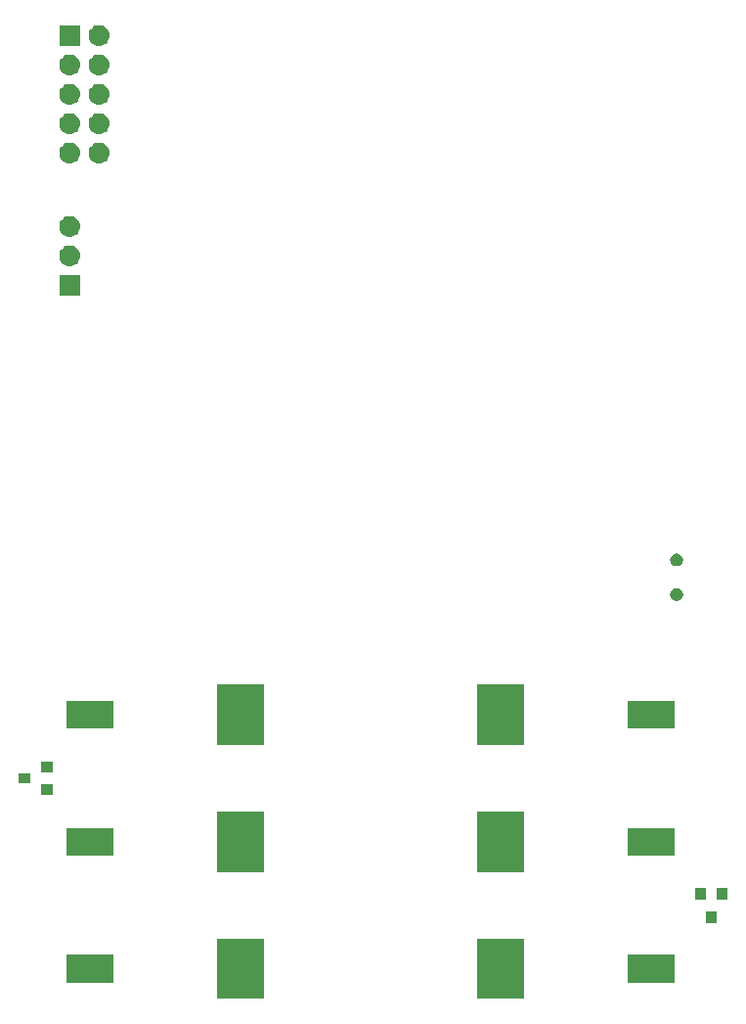
<source format=gbs>
G04 #@! TF.GenerationSoftware,KiCad,Pcbnew,5.0.2-bee76a0~70~ubuntu18.10.1*
G04 #@! TF.CreationDate,2019-03-19T21:34:18-05:00*
G04 #@! TF.ProjectId,camboard,63616d62-6f61-4726-942e-6b696361645f,rev?*
G04 #@! TF.SameCoordinates,Original*
G04 #@! TF.FileFunction,Soldermask,Bot*
G04 #@! TF.FilePolarity,Negative*
%FSLAX46Y46*%
G04 Gerber Fmt 4.6, Leading zero omitted, Abs format (unit mm)*
G04 Created by KiCad (PCBNEW 5.0.2-bee76a0~70~ubuntu18.10.1) date Tue 19 Mar 2019 09:34:18 PM CDT*
%MOMM*%
%LPD*%
G01*
G04 APERTURE LIST*
%ADD10C,0.100000*%
G04 APERTURE END LIST*
D10*
G36*
X13271000Y-73591000D02*
X9209000Y-73591000D01*
X9209000Y-68409000D01*
X13271000Y-68409000D01*
X13271000Y-73591000D01*
X13271000Y-73591000D01*
G37*
G36*
X-9209000Y-73591000D02*
X-13271000Y-73591000D01*
X-13271000Y-68409000D01*
X-9209000Y-68409000D01*
X-9209000Y-73591000D01*
X-9209000Y-73591000D01*
G37*
G36*
X26351000Y-72221000D02*
X22289000Y-72221000D01*
X22289000Y-69779000D01*
X26351000Y-69779000D01*
X26351000Y-72221000D01*
X26351000Y-72221000D01*
G37*
G36*
X-22289000Y-72221000D02*
X-26351000Y-72221000D01*
X-26351000Y-69779000D01*
X-22289000Y-69779000D01*
X-22289000Y-72221000D01*
X-22289000Y-72221000D01*
G37*
G36*
X29951000Y-67001000D02*
X29049000Y-67001000D01*
X29049000Y-65999000D01*
X29951000Y-65999000D01*
X29951000Y-67001000D01*
X29951000Y-67001000D01*
G37*
G36*
X30901000Y-65001000D02*
X29999000Y-65001000D01*
X29999000Y-63999000D01*
X30901000Y-63999000D01*
X30901000Y-65001000D01*
X30901000Y-65001000D01*
G37*
G36*
X29001000Y-65001000D02*
X28099000Y-65001000D01*
X28099000Y-63999000D01*
X29001000Y-63999000D01*
X29001000Y-65001000D01*
X29001000Y-65001000D01*
G37*
G36*
X-9209000Y-62591000D02*
X-13271000Y-62591000D01*
X-13271000Y-57409000D01*
X-9209000Y-57409000D01*
X-9209000Y-62591000D01*
X-9209000Y-62591000D01*
G37*
G36*
X13271000Y-62591000D02*
X9209000Y-62591000D01*
X9209000Y-57409000D01*
X13271000Y-57409000D01*
X13271000Y-62591000D01*
X13271000Y-62591000D01*
G37*
G36*
X-22289000Y-61221000D02*
X-26351000Y-61221000D01*
X-26351000Y-58779000D01*
X-22289000Y-58779000D01*
X-22289000Y-61221000D01*
X-22289000Y-61221000D01*
G37*
G36*
X26351000Y-61221000D02*
X22289000Y-61221000D01*
X22289000Y-58779000D01*
X26351000Y-58779000D01*
X26351000Y-61221000D01*
X26351000Y-61221000D01*
G37*
G36*
X-27499000Y-55901000D02*
X-28501000Y-55901000D01*
X-28501000Y-54999000D01*
X-27499000Y-54999000D01*
X-27499000Y-55901000D01*
X-27499000Y-55901000D01*
G37*
G36*
X-29499000Y-54951000D02*
X-30501000Y-54951000D01*
X-30501000Y-54049000D01*
X-29499000Y-54049000D01*
X-29499000Y-54951000D01*
X-29499000Y-54951000D01*
G37*
G36*
X-27499000Y-54001000D02*
X-28501000Y-54001000D01*
X-28501000Y-53099000D01*
X-27499000Y-53099000D01*
X-27499000Y-54001000D01*
X-27499000Y-54001000D01*
G37*
G36*
X13271000Y-51591000D02*
X9209000Y-51591000D01*
X9209000Y-46409000D01*
X13271000Y-46409000D01*
X13271000Y-51591000D01*
X13271000Y-51591000D01*
G37*
G36*
X-9209000Y-51591000D02*
X-13271000Y-51591000D01*
X-13271000Y-46409000D01*
X-9209000Y-46409000D01*
X-9209000Y-51591000D01*
X-9209000Y-51591000D01*
G37*
G36*
X26351000Y-50221000D02*
X22289000Y-50221000D01*
X22289000Y-47779000D01*
X26351000Y-47779000D01*
X26351000Y-50221000D01*
X26351000Y-50221000D01*
G37*
G36*
X-22289000Y-50221000D02*
X-26351000Y-50221000D01*
X-26351000Y-47779000D01*
X-22289000Y-47779000D01*
X-22289000Y-50221000D01*
X-22289000Y-50221000D01*
G37*
G36*
X26607529Y-38058010D02*
X26660773Y-38068601D01*
X26761082Y-38110151D01*
X26851357Y-38170470D01*
X26928130Y-38247243D01*
X26988449Y-38337518D01*
X27029999Y-38437827D01*
X27051180Y-38544314D01*
X27051180Y-38652886D01*
X27029999Y-38759373D01*
X26988449Y-38859682D01*
X26928130Y-38949957D01*
X26851357Y-39026730D01*
X26761082Y-39087049D01*
X26660773Y-39128599D01*
X26607530Y-39139189D01*
X26554288Y-39149780D01*
X26445712Y-39149780D01*
X26392470Y-39139189D01*
X26339227Y-39128599D01*
X26238918Y-39087049D01*
X26148643Y-39026730D01*
X26071870Y-38949957D01*
X26011551Y-38859682D01*
X25970001Y-38759373D01*
X25948820Y-38652886D01*
X25948820Y-38544314D01*
X25970001Y-38437827D01*
X26011551Y-38337518D01*
X26071870Y-38247243D01*
X26148643Y-38170470D01*
X26238918Y-38110151D01*
X26339227Y-38068601D01*
X26392471Y-38058010D01*
X26445712Y-38047420D01*
X26554288Y-38047420D01*
X26607529Y-38058010D01*
X26607529Y-38058010D01*
G37*
G36*
X26607530Y-35060811D02*
X26660773Y-35071401D01*
X26761082Y-35112951D01*
X26851357Y-35173270D01*
X26928130Y-35250043D01*
X26988449Y-35340318D01*
X27029999Y-35440627D01*
X27051180Y-35547114D01*
X27051180Y-35655686D01*
X27029999Y-35762173D01*
X26988449Y-35862482D01*
X26928130Y-35952757D01*
X26851357Y-36029530D01*
X26761082Y-36089849D01*
X26660773Y-36131399D01*
X26607529Y-36141990D01*
X26554288Y-36152580D01*
X26445712Y-36152580D01*
X26392471Y-36141990D01*
X26339227Y-36131399D01*
X26238918Y-36089849D01*
X26148643Y-36029530D01*
X26071870Y-35952757D01*
X26011551Y-35862482D01*
X25970001Y-35762173D01*
X25948820Y-35655686D01*
X25948820Y-35547114D01*
X25970001Y-35440627D01*
X26011551Y-35340318D01*
X26071870Y-35250043D01*
X26148643Y-35173270D01*
X26238918Y-35112951D01*
X26339227Y-35071401D01*
X26392470Y-35060811D01*
X26445712Y-35050220D01*
X26554288Y-35050220D01*
X26607530Y-35060811D01*
X26607530Y-35060811D01*
G37*
G36*
X-25159142Y-12741623D02*
X-26961142Y-12741623D01*
X-26961142Y-10939623D01*
X-25159142Y-10939623D01*
X-25159142Y-12741623D01*
X-25159142Y-12741623D01*
G37*
G36*
X-25949699Y-8406142D02*
X-25883515Y-8412660D01*
X-25770289Y-8447007D01*
X-25713675Y-8464180D01*
X-25575055Y-8538275D01*
X-25557151Y-8547845D01*
X-25521413Y-8577175D01*
X-25419956Y-8660437D01*
X-25336694Y-8761894D01*
X-25307364Y-8797632D01*
X-25307363Y-8797634D01*
X-25223699Y-8954156D01*
X-25223699Y-8954157D01*
X-25172179Y-9123996D01*
X-25154783Y-9300623D01*
X-25172179Y-9477250D01*
X-25206526Y-9590476D01*
X-25223699Y-9647090D01*
X-25297794Y-9785710D01*
X-25307364Y-9803614D01*
X-25336694Y-9839352D01*
X-25419956Y-9940809D01*
X-25521413Y-10024071D01*
X-25557151Y-10053401D01*
X-25557153Y-10053402D01*
X-25713675Y-10137066D01*
X-25770289Y-10154239D01*
X-25883515Y-10188586D01*
X-25949700Y-10195105D01*
X-26015882Y-10201623D01*
X-26104402Y-10201623D01*
X-26170584Y-10195105D01*
X-26236769Y-10188586D01*
X-26349995Y-10154239D01*
X-26406609Y-10137066D01*
X-26563131Y-10053402D01*
X-26563133Y-10053401D01*
X-26598871Y-10024071D01*
X-26700328Y-9940809D01*
X-26783590Y-9839352D01*
X-26812920Y-9803614D01*
X-26822490Y-9785710D01*
X-26896585Y-9647090D01*
X-26913758Y-9590476D01*
X-26948105Y-9477250D01*
X-26965501Y-9300623D01*
X-26948105Y-9123996D01*
X-26896585Y-8954157D01*
X-26896585Y-8954156D01*
X-26812921Y-8797634D01*
X-26812920Y-8797632D01*
X-26783590Y-8761894D01*
X-26700328Y-8660437D01*
X-26598871Y-8577175D01*
X-26563133Y-8547845D01*
X-26545229Y-8538275D01*
X-26406609Y-8464180D01*
X-26349995Y-8447007D01*
X-26236769Y-8412660D01*
X-26170585Y-8406142D01*
X-26104402Y-8399623D01*
X-26015882Y-8399623D01*
X-25949699Y-8406142D01*
X-25949699Y-8406142D01*
G37*
G36*
X-25949699Y-5866142D02*
X-25883515Y-5872660D01*
X-25770289Y-5907007D01*
X-25713675Y-5924180D01*
X-25575055Y-5998275D01*
X-25557151Y-6007845D01*
X-25521413Y-6037175D01*
X-25419956Y-6120437D01*
X-25336694Y-6221894D01*
X-25307364Y-6257632D01*
X-25307363Y-6257634D01*
X-25223699Y-6414156D01*
X-25223699Y-6414157D01*
X-25172179Y-6583996D01*
X-25154783Y-6760623D01*
X-25172179Y-6937250D01*
X-25206526Y-7050476D01*
X-25223699Y-7107090D01*
X-25297794Y-7245710D01*
X-25307364Y-7263614D01*
X-25336694Y-7299352D01*
X-25419956Y-7400809D01*
X-25521413Y-7484071D01*
X-25557151Y-7513401D01*
X-25557153Y-7513402D01*
X-25713675Y-7597066D01*
X-25770289Y-7614239D01*
X-25883515Y-7648586D01*
X-25949700Y-7655105D01*
X-26015882Y-7661623D01*
X-26104402Y-7661623D01*
X-26170584Y-7655105D01*
X-26236769Y-7648586D01*
X-26349995Y-7614239D01*
X-26406609Y-7597066D01*
X-26563131Y-7513402D01*
X-26563133Y-7513401D01*
X-26598871Y-7484071D01*
X-26700328Y-7400809D01*
X-26783590Y-7299352D01*
X-26812920Y-7263614D01*
X-26822490Y-7245710D01*
X-26896585Y-7107090D01*
X-26913758Y-7050476D01*
X-26948105Y-6937250D01*
X-26965501Y-6760623D01*
X-26948105Y-6583996D01*
X-26896585Y-6414157D01*
X-26896585Y-6414156D01*
X-26812921Y-6257634D01*
X-26812920Y-6257632D01*
X-26783590Y-6221894D01*
X-26700328Y-6120437D01*
X-26598871Y-6037175D01*
X-26563133Y-6007845D01*
X-26545229Y-5998275D01*
X-26406609Y-5924180D01*
X-26349995Y-5907007D01*
X-26236769Y-5872660D01*
X-26170585Y-5866142D01*
X-26104402Y-5859623D01*
X-26015882Y-5859623D01*
X-25949699Y-5866142D01*
X-25949699Y-5866142D01*
G37*
G36*
X-23409699Y483858D02*
X-23343515Y477340D01*
X-23230289Y442993D01*
X-23173675Y425820D01*
X-23035055Y351725D01*
X-23017151Y342155D01*
X-22981413Y312825D01*
X-22879956Y229563D01*
X-22796694Y128106D01*
X-22767364Y92368D01*
X-22767363Y92366D01*
X-22683699Y-64156D01*
X-22683699Y-64157D01*
X-22632179Y-233996D01*
X-22614783Y-410623D01*
X-22632179Y-587250D01*
X-22666526Y-700476D01*
X-22683699Y-757090D01*
X-22757794Y-895710D01*
X-22767364Y-913614D01*
X-22796694Y-949352D01*
X-22879956Y-1050809D01*
X-22981413Y-1134071D01*
X-23017151Y-1163401D01*
X-23017153Y-1163402D01*
X-23173675Y-1247066D01*
X-23230289Y-1264239D01*
X-23343515Y-1298586D01*
X-23409700Y-1305105D01*
X-23475882Y-1311623D01*
X-23564402Y-1311623D01*
X-23630584Y-1305105D01*
X-23696769Y-1298586D01*
X-23809995Y-1264239D01*
X-23866609Y-1247066D01*
X-24023131Y-1163402D01*
X-24023133Y-1163401D01*
X-24058871Y-1134071D01*
X-24160328Y-1050809D01*
X-24243590Y-949352D01*
X-24272920Y-913614D01*
X-24282490Y-895710D01*
X-24356585Y-757090D01*
X-24373758Y-700476D01*
X-24408105Y-587250D01*
X-24425501Y-410623D01*
X-24408105Y-233996D01*
X-24356585Y-64157D01*
X-24356585Y-64156D01*
X-24272921Y92366D01*
X-24272920Y92368D01*
X-24243590Y128106D01*
X-24160328Y229563D01*
X-24058871Y312825D01*
X-24023133Y342155D01*
X-24005229Y351725D01*
X-23866609Y425820D01*
X-23809995Y442993D01*
X-23696769Y477340D01*
X-23630585Y483858D01*
X-23564402Y490377D01*
X-23475882Y490377D01*
X-23409699Y483858D01*
X-23409699Y483858D01*
G37*
G36*
X-25949699Y483858D02*
X-25883515Y477340D01*
X-25770289Y442993D01*
X-25713675Y425820D01*
X-25575055Y351725D01*
X-25557151Y342155D01*
X-25521413Y312825D01*
X-25419956Y229563D01*
X-25336694Y128106D01*
X-25307364Y92368D01*
X-25307363Y92366D01*
X-25223699Y-64156D01*
X-25223699Y-64157D01*
X-25172179Y-233996D01*
X-25154783Y-410623D01*
X-25172179Y-587250D01*
X-25206526Y-700476D01*
X-25223699Y-757090D01*
X-25297794Y-895710D01*
X-25307364Y-913614D01*
X-25336694Y-949352D01*
X-25419956Y-1050809D01*
X-25521413Y-1134071D01*
X-25557151Y-1163401D01*
X-25557153Y-1163402D01*
X-25713675Y-1247066D01*
X-25770289Y-1264239D01*
X-25883515Y-1298586D01*
X-25949700Y-1305105D01*
X-26015882Y-1311623D01*
X-26104402Y-1311623D01*
X-26170584Y-1305105D01*
X-26236769Y-1298586D01*
X-26349995Y-1264239D01*
X-26406609Y-1247066D01*
X-26563131Y-1163402D01*
X-26563133Y-1163401D01*
X-26598871Y-1134071D01*
X-26700328Y-1050809D01*
X-26783590Y-949352D01*
X-26812920Y-913614D01*
X-26822490Y-895710D01*
X-26896585Y-757090D01*
X-26913758Y-700476D01*
X-26948105Y-587250D01*
X-26965501Y-410623D01*
X-26948105Y-233996D01*
X-26896585Y-64157D01*
X-26896585Y-64156D01*
X-26812921Y92366D01*
X-26812920Y92368D01*
X-26783590Y128106D01*
X-26700328Y229563D01*
X-26598871Y312825D01*
X-26563133Y342155D01*
X-26545229Y351725D01*
X-26406609Y425820D01*
X-26349995Y442993D01*
X-26236769Y477340D01*
X-26170585Y483858D01*
X-26104402Y490377D01*
X-26015882Y490377D01*
X-25949699Y483858D01*
X-25949699Y483858D01*
G37*
G36*
X-23409699Y3023858D02*
X-23343515Y3017340D01*
X-23230289Y2982993D01*
X-23173675Y2965820D01*
X-23035055Y2891725D01*
X-23017151Y2882155D01*
X-22981413Y2852825D01*
X-22879956Y2769563D01*
X-22796694Y2668106D01*
X-22767364Y2632368D01*
X-22767363Y2632366D01*
X-22683699Y2475844D01*
X-22683699Y2475843D01*
X-22632179Y2306004D01*
X-22614783Y2129377D01*
X-22632179Y1952750D01*
X-22666526Y1839524D01*
X-22683699Y1782910D01*
X-22757794Y1644290D01*
X-22767364Y1626386D01*
X-22796694Y1590648D01*
X-22879956Y1489191D01*
X-22981413Y1405929D01*
X-23017151Y1376599D01*
X-23017153Y1376598D01*
X-23173675Y1292934D01*
X-23230289Y1275761D01*
X-23343515Y1241414D01*
X-23409699Y1234896D01*
X-23475882Y1228377D01*
X-23564402Y1228377D01*
X-23630584Y1234895D01*
X-23696769Y1241414D01*
X-23809995Y1275761D01*
X-23866609Y1292934D01*
X-24023131Y1376598D01*
X-24023133Y1376599D01*
X-24058871Y1405929D01*
X-24160328Y1489191D01*
X-24243590Y1590648D01*
X-24272920Y1626386D01*
X-24282490Y1644290D01*
X-24356585Y1782910D01*
X-24373758Y1839524D01*
X-24408105Y1952750D01*
X-24425501Y2129377D01*
X-24408105Y2306004D01*
X-24356585Y2475843D01*
X-24356585Y2475844D01*
X-24272921Y2632366D01*
X-24272920Y2632368D01*
X-24243590Y2668106D01*
X-24160328Y2769563D01*
X-24058871Y2852825D01*
X-24023133Y2882155D01*
X-24005229Y2891725D01*
X-23866609Y2965820D01*
X-23809995Y2982993D01*
X-23696769Y3017340D01*
X-23630585Y3023858D01*
X-23564402Y3030377D01*
X-23475882Y3030377D01*
X-23409699Y3023858D01*
X-23409699Y3023858D01*
G37*
G36*
X-25949699Y3023858D02*
X-25883515Y3017340D01*
X-25770289Y2982993D01*
X-25713675Y2965820D01*
X-25575055Y2891725D01*
X-25557151Y2882155D01*
X-25521413Y2852825D01*
X-25419956Y2769563D01*
X-25336694Y2668106D01*
X-25307364Y2632368D01*
X-25307363Y2632366D01*
X-25223699Y2475844D01*
X-25223699Y2475843D01*
X-25172179Y2306004D01*
X-25154783Y2129377D01*
X-25172179Y1952750D01*
X-25206526Y1839524D01*
X-25223699Y1782910D01*
X-25297794Y1644290D01*
X-25307364Y1626386D01*
X-25336694Y1590648D01*
X-25419956Y1489191D01*
X-25521413Y1405929D01*
X-25557151Y1376599D01*
X-25557153Y1376598D01*
X-25713675Y1292934D01*
X-25770289Y1275761D01*
X-25883515Y1241414D01*
X-25949699Y1234896D01*
X-26015882Y1228377D01*
X-26104402Y1228377D01*
X-26170584Y1234895D01*
X-26236769Y1241414D01*
X-26349995Y1275761D01*
X-26406609Y1292934D01*
X-26563131Y1376598D01*
X-26563133Y1376599D01*
X-26598871Y1405929D01*
X-26700328Y1489191D01*
X-26783590Y1590648D01*
X-26812920Y1626386D01*
X-26822490Y1644290D01*
X-26896585Y1782910D01*
X-26913758Y1839524D01*
X-26948105Y1952750D01*
X-26965501Y2129377D01*
X-26948105Y2306004D01*
X-26896585Y2475843D01*
X-26896585Y2475844D01*
X-26812921Y2632366D01*
X-26812920Y2632368D01*
X-26783590Y2668106D01*
X-26700328Y2769563D01*
X-26598871Y2852825D01*
X-26563133Y2882155D01*
X-26545229Y2891725D01*
X-26406609Y2965820D01*
X-26349995Y2982993D01*
X-26236769Y3017340D01*
X-26170585Y3023858D01*
X-26104402Y3030377D01*
X-26015882Y3030377D01*
X-25949699Y3023858D01*
X-25949699Y3023858D01*
G37*
G36*
X-25949699Y5563858D02*
X-25883515Y5557340D01*
X-25770289Y5522993D01*
X-25713675Y5505820D01*
X-25575055Y5431725D01*
X-25557151Y5422155D01*
X-25521413Y5392825D01*
X-25419956Y5309563D01*
X-25336694Y5208106D01*
X-25307364Y5172368D01*
X-25307363Y5172366D01*
X-25223699Y5015844D01*
X-25223699Y5015843D01*
X-25172179Y4846004D01*
X-25154783Y4669377D01*
X-25172179Y4492750D01*
X-25206526Y4379524D01*
X-25223699Y4322910D01*
X-25297794Y4184290D01*
X-25307364Y4166386D01*
X-25336694Y4130648D01*
X-25419956Y4029191D01*
X-25521413Y3945929D01*
X-25557151Y3916599D01*
X-25557153Y3916598D01*
X-25713675Y3832934D01*
X-25770289Y3815761D01*
X-25883515Y3781414D01*
X-25949700Y3774895D01*
X-26015882Y3768377D01*
X-26104402Y3768377D01*
X-26170584Y3774895D01*
X-26236769Y3781414D01*
X-26349995Y3815761D01*
X-26406609Y3832934D01*
X-26563131Y3916598D01*
X-26563133Y3916599D01*
X-26598871Y3945929D01*
X-26700328Y4029191D01*
X-26783590Y4130648D01*
X-26812920Y4166386D01*
X-26822490Y4184290D01*
X-26896585Y4322910D01*
X-26913758Y4379524D01*
X-26948105Y4492750D01*
X-26965501Y4669377D01*
X-26948105Y4846004D01*
X-26896585Y5015843D01*
X-26896585Y5015844D01*
X-26812921Y5172366D01*
X-26812920Y5172368D01*
X-26783590Y5208106D01*
X-26700328Y5309563D01*
X-26598871Y5392825D01*
X-26563133Y5422155D01*
X-26545229Y5431725D01*
X-26406609Y5505820D01*
X-26349995Y5522993D01*
X-26236769Y5557340D01*
X-26170584Y5563859D01*
X-26104402Y5570377D01*
X-26015882Y5570377D01*
X-25949699Y5563858D01*
X-25949699Y5563858D01*
G37*
G36*
X-23409699Y5563858D02*
X-23343515Y5557340D01*
X-23230289Y5522993D01*
X-23173675Y5505820D01*
X-23035055Y5431725D01*
X-23017151Y5422155D01*
X-22981413Y5392825D01*
X-22879956Y5309563D01*
X-22796694Y5208106D01*
X-22767364Y5172368D01*
X-22767363Y5172366D01*
X-22683699Y5015844D01*
X-22683699Y5015843D01*
X-22632179Y4846004D01*
X-22614783Y4669377D01*
X-22632179Y4492750D01*
X-22666526Y4379524D01*
X-22683699Y4322910D01*
X-22757794Y4184290D01*
X-22767364Y4166386D01*
X-22796694Y4130648D01*
X-22879956Y4029191D01*
X-22981413Y3945929D01*
X-23017151Y3916599D01*
X-23017153Y3916598D01*
X-23173675Y3832934D01*
X-23230289Y3815761D01*
X-23343515Y3781414D01*
X-23409700Y3774895D01*
X-23475882Y3768377D01*
X-23564402Y3768377D01*
X-23630584Y3774895D01*
X-23696769Y3781414D01*
X-23809995Y3815761D01*
X-23866609Y3832934D01*
X-24023131Y3916598D01*
X-24023133Y3916599D01*
X-24058871Y3945929D01*
X-24160328Y4029191D01*
X-24243590Y4130648D01*
X-24272920Y4166386D01*
X-24282490Y4184290D01*
X-24356585Y4322910D01*
X-24373758Y4379524D01*
X-24408105Y4492750D01*
X-24425501Y4669377D01*
X-24408105Y4846004D01*
X-24356585Y5015843D01*
X-24356585Y5015844D01*
X-24272921Y5172366D01*
X-24272920Y5172368D01*
X-24243590Y5208106D01*
X-24160328Y5309563D01*
X-24058871Y5392825D01*
X-24023133Y5422155D01*
X-24005229Y5431725D01*
X-23866609Y5505820D01*
X-23809995Y5522993D01*
X-23696769Y5557340D01*
X-23630584Y5563859D01*
X-23564402Y5570377D01*
X-23475882Y5570377D01*
X-23409699Y5563858D01*
X-23409699Y5563858D01*
G37*
G36*
X-25949699Y8103858D02*
X-25883515Y8097340D01*
X-25770289Y8062993D01*
X-25713675Y8045820D01*
X-25575055Y7971725D01*
X-25557151Y7962155D01*
X-25521413Y7932825D01*
X-25419956Y7849563D01*
X-25336694Y7748106D01*
X-25307364Y7712368D01*
X-25307363Y7712366D01*
X-25223699Y7555844D01*
X-25223699Y7555843D01*
X-25172179Y7386004D01*
X-25154783Y7209377D01*
X-25172179Y7032750D01*
X-25206526Y6919524D01*
X-25223699Y6862910D01*
X-25297794Y6724290D01*
X-25307364Y6706386D01*
X-25336694Y6670648D01*
X-25419956Y6569191D01*
X-25521413Y6485929D01*
X-25557151Y6456599D01*
X-25557153Y6456598D01*
X-25713675Y6372934D01*
X-25770289Y6355761D01*
X-25883515Y6321414D01*
X-25949700Y6314895D01*
X-26015882Y6308377D01*
X-26104402Y6308377D01*
X-26170584Y6314895D01*
X-26236769Y6321414D01*
X-26349995Y6355761D01*
X-26406609Y6372934D01*
X-26563131Y6456598D01*
X-26563133Y6456599D01*
X-26598871Y6485929D01*
X-26700328Y6569191D01*
X-26783590Y6670648D01*
X-26812920Y6706386D01*
X-26822490Y6724290D01*
X-26896585Y6862910D01*
X-26913758Y6919524D01*
X-26948105Y7032750D01*
X-26965501Y7209377D01*
X-26948105Y7386004D01*
X-26896585Y7555843D01*
X-26896585Y7555844D01*
X-26812921Y7712366D01*
X-26812920Y7712368D01*
X-26783590Y7748106D01*
X-26700328Y7849563D01*
X-26598871Y7932825D01*
X-26563133Y7962155D01*
X-26545229Y7971725D01*
X-26406609Y8045820D01*
X-26349995Y8062993D01*
X-26236769Y8097340D01*
X-26170585Y8103858D01*
X-26104402Y8110377D01*
X-26015882Y8110377D01*
X-25949699Y8103858D01*
X-25949699Y8103858D01*
G37*
G36*
X-23409699Y8103858D02*
X-23343515Y8097340D01*
X-23230289Y8062993D01*
X-23173675Y8045820D01*
X-23035055Y7971725D01*
X-23017151Y7962155D01*
X-22981413Y7932825D01*
X-22879956Y7849563D01*
X-22796694Y7748106D01*
X-22767364Y7712368D01*
X-22767363Y7712366D01*
X-22683699Y7555844D01*
X-22683699Y7555843D01*
X-22632179Y7386004D01*
X-22614783Y7209377D01*
X-22632179Y7032750D01*
X-22666526Y6919524D01*
X-22683699Y6862910D01*
X-22757794Y6724290D01*
X-22767364Y6706386D01*
X-22796694Y6670648D01*
X-22879956Y6569191D01*
X-22981413Y6485929D01*
X-23017151Y6456599D01*
X-23017153Y6456598D01*
X-23173675Y6372934D01*
X-23230289Y6355761D01*
X-23343515Y6321414D01*
X-23409700Y6314895D01*
X-23475882Y6308377D01*
X-23564402Y6308377D01*
X-23630584Y6314895D01*
X-23696769Y6321414D01*
X-23809995Y6355761D01*
X-23866609Y6372934D01*
X-24023131Y6456598D01*
X-24023133Y6456599D01*
X-24058871Y6485929D01*
X-24160328Y6569191D01*
X-24243590Y6670648D01*
X-24272920Y6706386D01*
X-24282490Y6724290D01*
X-24356585Y6862910D01*
X-24373758Y6919524D01*
X-24408105Y7032750D01*
X-24425501Y7209377D01*
X-24408105Y7386004D01*
X-24356585Y7555843D01*
X-24356585Y7555844D01*
X-24272921Y7712366D01*
X-24272920Y7712368D01*
X-24243590Y7748106D01*
X-24160328Y7849563D01*
X-24058871Y7932825D01*
X-24023133Y7962155D01*
X-24005229Y7971725D01*
X-23866609Y8045820D01*
X-23809995Y8062993D01*
X-23696769Y8097340D01*
X-23630585Y8103858D01*
X-23564402Y8110377D01*
X-23475882Y8110377D01*
X-23409699Y8103858D01*
X-23409699Y8103858D01*
G37*
G36*
X-23409700Y10643859D02*
X-23343515Y10637340D01*
X-23230289Y10602993D01*
X-23173675Y10585820D01*
X-23035055Y10511725D01*
X-23017151Y10502155D01*
X-22981413Y10472825D01*
X-22879956Y10389563D01*
X-22796694Y10288106D01*
X-22767364Y10252368D01*
X-22767363Y10252366D01*
X-22683699Y10095844D01*
X-22683699Y10095843D01*
X-22632179Y9926004D01*
X-22614783Y9749377D01*
X-22632179Y9572750D01*
X-22666526Y9459524D01*
X-22683699Y9402910D01*
X-22757794Y9264290D01*
X-22767364Y9246386D01*
X-22796694Y9210648D01*
X-22879956Y9109191D01*
X-22981413Y9025929D01*
X-23017151Y8996599D01*
X-23017153Y8996598D01*
X-23173675Y8912934D01*
X-23230289Y8895761D01*
X-23343515Y8861414D01*
X-23409700Y8854895D01*
X-23475882Y8848377D01*
X-23564402Y8848377D01*
X-23630584Y8854895D01*
X-23696769Y8861414D01*
X-23809995Y8895761D01*
X-23866609Y8912934D01*
X-24023131Y8996598D01*
X-24023133Y8996599D01*
X-24058871Y9025929D01*
X-24160328Y9109191D01*
X-24243590Y9210648D01*
X-24272920Y9246386D01*
X-24282490Y9264290D01*
X-24356585Y9402910D01*
X-24373758Y9459524D01*
X-24408105Y9572750D01*
X-24425501Y9749377D01*
X-24408105Y9926004D01*
X-24356585Y10095843D01*
X-24356585Y10095844D01*
X-24272921Y10252366D01*
X-24272920Y10252368D01*
X-24243590Y10288106D01*
X-24160328Y10389563D01*
X-24058871Y10472825D01*
X-24023133Y10502155D01*
X-24005229Y10511725D01*
X-23866609Y10585820D01*
X-23809995Y10602993D01*
X-23696769Y10637340D01*
X-23630584Y10643859D01*
X-23564402Y10650377D01*
X-23475882Y10650377D01*
X-23409700Y10643859D01*
X-23409700Y10643859D01*
G37*
G36*
X-25159142Y8848377D02*
X-26961142Y8848377D01*
X-26961142Y10650377D01*
X-25159142Y10650377D01*
X-25159142Y8848377D01*
X-25159142Y8848377D01*
G37*
M02*

</source>
